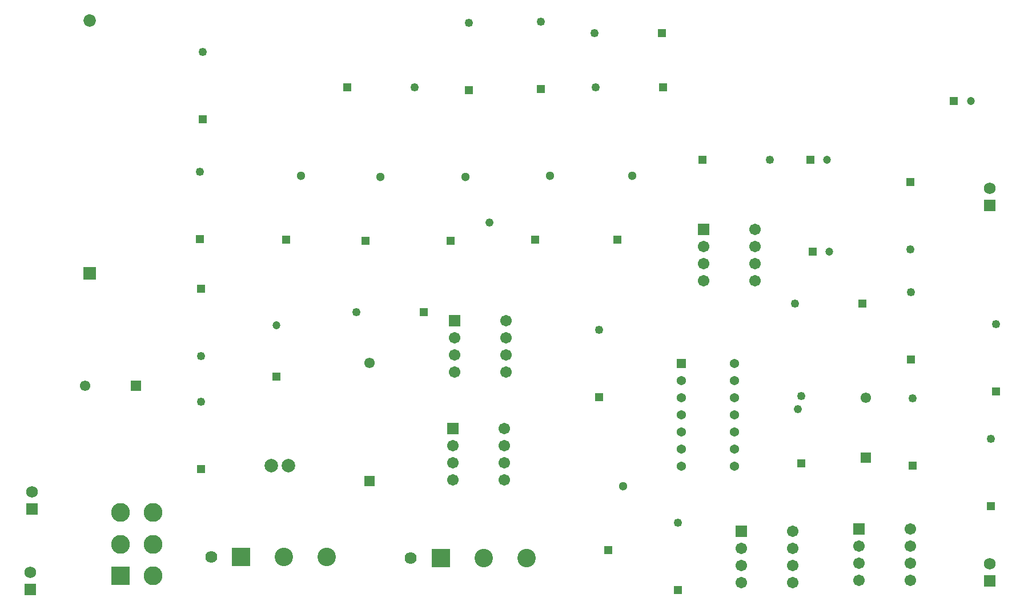
<source format=gts>
G04*
G04 #@! TF.GenerationSoftware,Altium Limited,Altium Designer,24.2.2 (26)*
G04*
G04 Layer_Color=8388736*
%FSLAX44Y44*%
%MOMM*%
G71*
G04*
G04 #@! TF.SameCoordinates,05489E15-EFDB-45E7-883C-6F787DBF9D26*
G04*
G04*
G04 #@! TF.FilePolarity,Negative*
G04*
G01*
G75*
%ADD16R,1.2500X1.2500*%
%ADD17C,1.2500*%
%ADD18C,1.7532*%
%ADD19R,1.7532X1.7532*%
%ADD20R,1.2000X1.2000*%
%ADD21C,1.2000*%
%ADD22R,1.2500X1.2500*%
%ADD23R,1.5500X1.5500*%
%ADD24C,1.5500*%
%ADD25R,2.8000X2.8000*%
%ADD26C,2.8000*%
%ADD27R,1.5500X1.5500*%
%ADD28C,1.7032*%
%ADD29R,1.7032X1.7032*%
%ADD30C,1.3732*%
%ADD31R,1.3732X1.3732*%
%ADD32R,2.7300X2.7300*%
%ADD33C,2.7300*%
%ADD34C,1.7800*%
%ADD35R,1.3000X1.3000*%
%ADD36C,1.3000*%
%ADD37R,1.8500X1.8500*%
%ADD38C,1.8500*%
%ADD39R,1.2000X1.2000*%
%ADD40C,2.0000*%
%ADD41C,1.2192*%
D16*
X1471930Y216700D02*
D03*
X1356360Y276390D02*
D03*
X300990Y538950D02*
D03*
X891540Y377990D02*
D03*
X1353820Y433870D02*
D03*
X300990Y271310D02*
D03*
X1479550Y386410D02*
D03*
X805180Y835190D02*
D03*
X698500Y833920D02*
D03*
X299720Y612940D02*
D03*
X303530Y790740D02*
D03*
X1191260Y280200D02*
D03*
X1352550Y697700D02*
D03*
X1008380Y92240D02*
D03*
D17*
X1471930Y316700D02*
D03*
X1356360Y376390D02*
D03*
X300990Y438950D02*
D03*
X531660Y504190D02*
D03*
X891540Y477990D02*
D03*
X1353820Y533870D02*
D03*
X300990Y371310D02*
D03*
X1479550Y486410D02*
D03*
X1181900Y516890D02*
D03*
X805180Y935190D02*
D03*
X885990Y838200D02*
D03*
X698500Y933920D02*
D03*
X299720Y712940D02*
D03*
X884720Y918210D02*
D03*
X617690Y838200D02*
D03*
X303530Y890740D02*
D03*
X1191260Y380200D02*
D03*
X1352550Y597700D02*
D03*
X1144740Y730250D02*
D03*
X1008380Y192240D02*
D03*
D18*
X1470660Y688340D02*
D03*
Y130810D02*
D03*
X48260Y118110D02*
D03*
X50800Y237490D02*
D03*
D19*
X1470660Y662940D02*
D03*
Y105410D02*
D03*
X48260Y92710D02*
D03*
X50800Y212090D02*
D03*
D20*
X412750Y408880D02*
D03*
D21*
Y485140D02*
D03*
X1229360Y730250D02*
D03*
X1232770Y594360D02*
D03*
X1442520Y817880D02*
D03*
D22*
X631660Y504190D02*
D03*
X1281900Y516890D02*
D03*
X985990Y838200D02*
D03*
X984720Y918210D02*
D03*
X517690Y838200D02*
D03*
X1044740Y730250D02*
D03*
D23*
X204470Y394970D02*
D03*
D24*
X129470D02*
D03*
X551180Y429130D02*
D03*
X1286510Y377140D02*
D03*
D25*
X181610Y113020D02*
D03*
D26*
Y160020D02*
D03*
Y207020D02*
D03*
X229910Y113020D02*
D03*
Y160020D02*
D03*
Y207020D02*
D03*
D27*
X551180Y254130D02*
D03*
X1286510Y288340D02*
D03*
D28*
X750570Y255270D02*
D03*
Y280670D02*
D03*
Y306070D02*
D03*
Y331470D02*
D03*
X674370Y255270D02*
D03*
Y280670D02*
D03*
Y306070D02*
D03*
X753110Y415290D02*
D03*
Y440690D02*
D03*
Y466090D02*
D03*
Y491490D02*
D03*
X676910Y415290D02*
D03*
Y440690D02*
D03*
Y466090D02*
D03*
X1352550Y106680D02*
D03*
Y132080D02*
D03*
Y157480D02*
D03*
Y182880D02*
D03*
X1276350Y106680D02*
D03*
Y132080D02*
D03*
Y157480D02*
D03*
X1178560Y102870D02*
D03*
Y128270D02*
D03*
Y153670D02*
D03*
Y179070D02*
D03*
X1102360Y102870D02*
D03*
Y128270D02*
D03*
Y153670D02*
D03*
X1122680Y551180D02*
D03*
Y576580D02*
D03*
Y601980D02*
D03*
Y627380D02*
D03*
X1046480Y551180D02*
D03*
Y576580D02*
D03*
Y601980D02*
D03*
D29*
X674370Y331470D02*
D03*
X676910Y491490D02*
D03*
X1276350Y182880D02*
D03*
X1102360Y179070D02*
D03*
X1046480Y627380D02*
D03*
D30*
X1092530Y427990D02*
D03*
Y402590D02*
D03*
Y377190D02*
D03*
Y351790D02*
D03*
Y326390D02*
D03*
Y300990D02*
D03*
Y275590D02*
D03*
X1013130D02*
D03*
Y300990D02*
D03*
Y326390D02*
D03*
Y351790D02*
D03*
Y377190D02*
D03*
Y402590D02*
D03*
D31*
Y427990D02*
D03*
D32*
X656590Y139700D02*
D03*
X360680Y140970D02*
D03*
D33*
X720090Y139700D02*
D03*
X783590D02*
D03*
X424180Y140970D02*
D03*
X487680D02*
D03*
D34*
X612090Y139700D02*
D03*
X316180Y140970D02*
D03*
D35*
X796720Y611630D02*
D03*
X670990Y610360D02*
D03*
X545260D02*
D03*
X427150Y611630D02*
D03*
X918640D02*
D03*
X905100Y151380D02*
D03*
D36*
X818720Y706630D02*
D03*
X692990Y705360D02*
D03*
X567260D02*
D03*
X449150Y706630D02*
D03*
X940640D02*
D03*
X927100Y246380D02*
D03*
D37*
X135890Y561800D02*
D03*
D38*
Y936800D02*
D03*
D39*
X1204360Y730250D02*
D03*
X1207770Y594360D02*
D03*
X1417520Y817880D02*
D03*
D40*
X405130Y276860D02*
D03*
X430530D02*
D03*
D41*
X729234Y637032D02*
D03*
X1185926Y360172D02*
D03*
M02*

</source>
